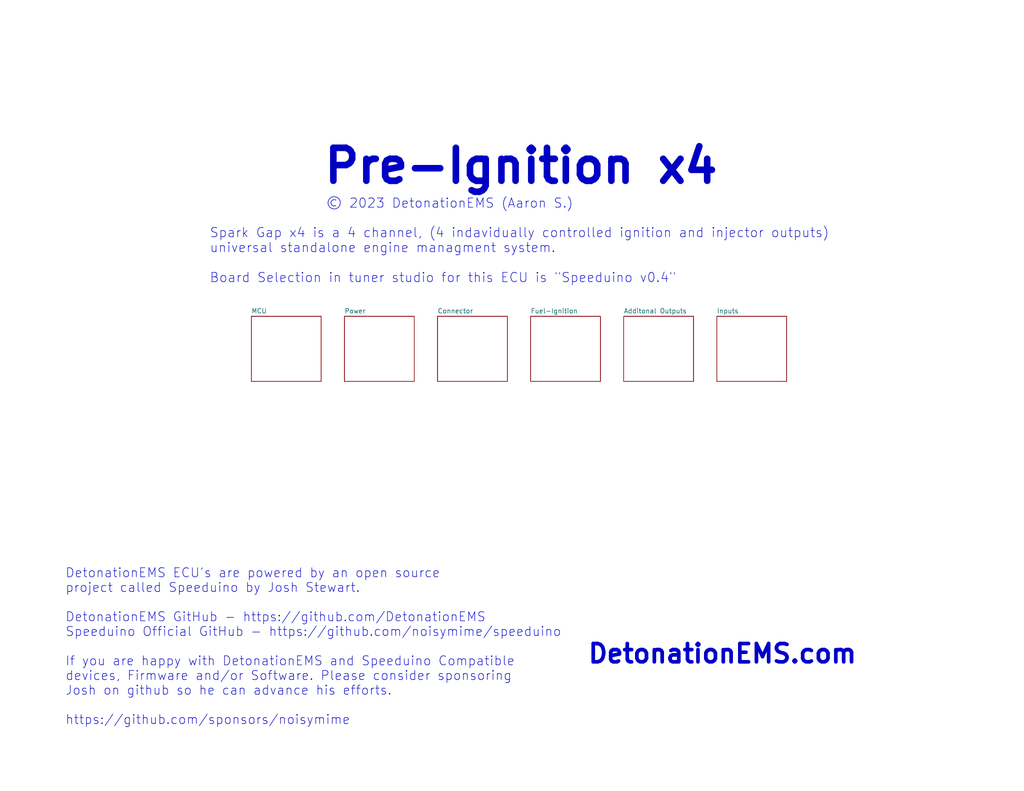
<source format=kicad_sch>
(kicad_sch (version 20230121) (generator eeschema)
  (paper "USLetter")
  (title_block (title "Pre-Ignition X4") (date "2023-06-15") (rev "C") (company "DetonationEMS") (comment 1 "detonationems.com"))
  (lib_symbols)
  (text "Spark Gap x4 is a 4 channel, (4 indavidually controlled ignition and injector outputs)\nuniversal standalone engine managment system. \n\nBoard Selection in tuner studio for this ECU is \"Speeduino v0.4\"" (at 57.15 77.47 0) (effects (font (size 2.54 2.54)) (justify left bottom)))
  (text "© 2023 DetonationEMS (Aaron S.)" (at 88.9 57.15 0) (effects (font (size 2.54 2.54)) (justify left bottom)))
  (text "Pre-Ignition x4" (at 87.63 50.8 0) (effects (font (size 9 9) (thickness 1.8) bold) (justify left bottom)))
  (text "DetonationEMS.com" (at 160.02 181.61 0) (effects (font (size 5 5) (thickness 1) bold) (justify left bottom)))
  (text "DetonationEMS ECU's are powered by an open source\nproject called Speeduino by Josh Stewart.\n\nDetonationEMS GitHub - https://github.com/DetonationEMS\nSpeeduino Official GitHub - https://github.com/noisymime/speeduino\n\nIf you are happy with DetonationEMS and Speeduino Compatible\ndevices, Firmware and/or Software. Please consider sponsoring\nJosh on github so he can advance his efforts.\n\nhttps://github.com/sponsors/noisymime" (at 17.78 198.12 0) (effects (font (size 2.4892 2.4892)) (justify left bottom)))
  (sheet (at 119.38 86.36) (size 19.05 17.78)
    (property "Sheetname" "Connector" (at 119.38 85.6484 0) (effects (justify left bottom)))
    (property "Sheetfile" "Connector.kicad_sch" (effects hide))
  )
  (sheet (at 144.78 86.36) (size 19.05 17.78)
    (property "Sheetname" "Fuel-Ignition" (at 144.78 85.6484 0) (effects (justify left bottom)))
    (property "Sheetfile" "Fuel-Ignition.kicad_sch" (effects hide))
  )
  (sheet (at 195.58 86.36) (size 19.05 17.78)
    (property "Sheetname" "Inputs" (at 195.58 85.6484 0) (effects (justify left bottom)))
    (property "Sheetfile" "Analog.kicad_sch" (effects hide))
  )
  (sheet (at 170.18 86.36) (size 19.05 17.78)
    (property "Sheetname" "Additonal Outputs" (at 170.18 85.6484 0) (effects (justify left bottom)))
    (property "Sheetfile" "Output.kicad_sch" (effects hide))
  )
  (sheet (at 68.58 86.36) (size 19.05 17.78) (stroke (width 0.1524))
    (property "Sheetname" "MCU" (at 68.58 85.6484 0) (effects (justify left bottom)))
    (property "Sheetfile" "mcu.kicad_sch" (effects hide))
  )
  (sheet (at 93.98 86.36) (size 19.05 17.78) (stroke (width 0.1524))
    (property "Sheetname" "Power" (at 93.98 85.6484 0) (effects (justify left bottom)))
    (property "Sheetfile" "power.kicad_sch" (effects hide))
  )
)
</source>
